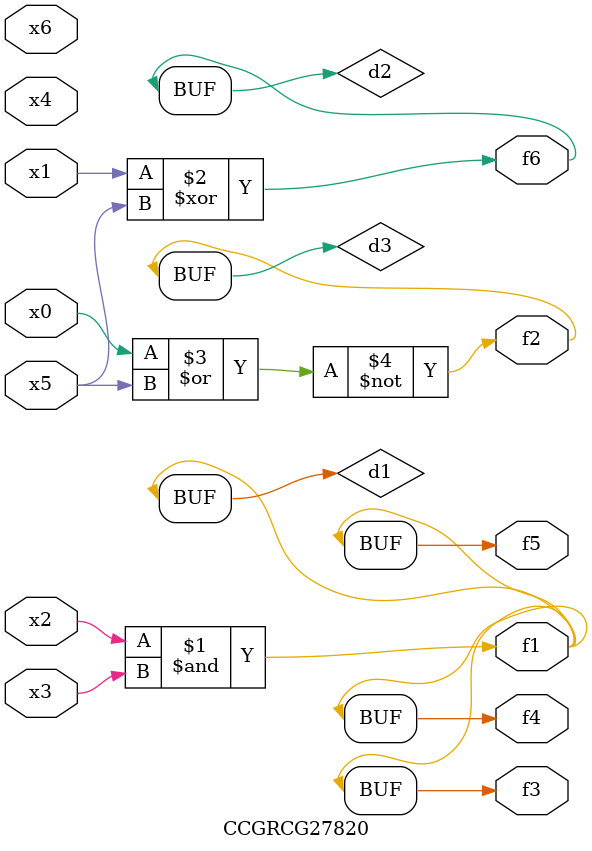
<source format=v>
module CCGRCG27820(
	input x0, x1, x2, x3, x4, x5, x6,
	output f1, f2, f3, f4, f5, f6
);

	wire d1, d2, d3;

	and (d1, x2, x3);
	xor (d2, x1, x5);
	nor (d3, x0, x5);
	assign f1 = d1;
	assign f2 = d3;
	assign f3 = d1;
	assign f4 = d1;
	assign f5 = d1;
	assign f6 = d2;
endmodule

</source>
